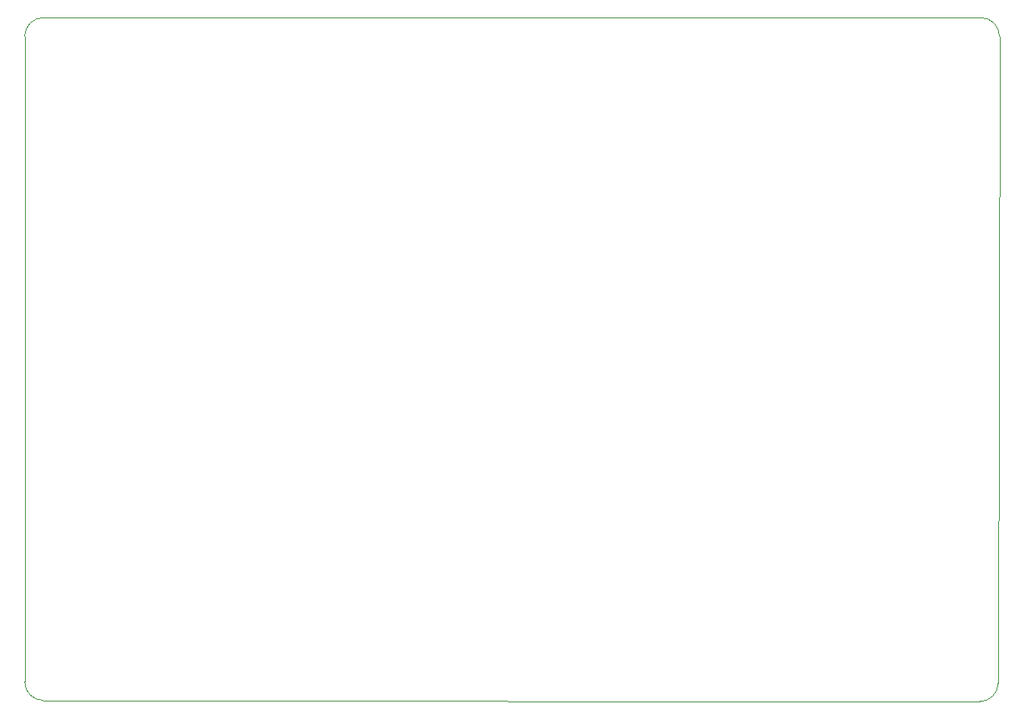
<source format=gbr>
G04 #@! TF.GenerationSoftware,KiCad,Pcbnew,(5.1.0-0)*
G04 #@! TF.CreationDate,2019-05-18T17:03:28+01:00*
G04 #@! TF.ProjectId,ac2-detpic-shield,6163322d-6465-4747-9069-632d73686965,rev?*
G04 #@! TF.SameCoordinates,Original*
G04 #@! TF.FileFunction,Profile,NP*
%FSLAX46Y46*%
G04 Gerber Fmt 4.6, Leading zero omitted, Abs format (unit mm)*
G04 Created by KiCad (PCBNEW (5.1.0-0)) date 2019-05-18 17:03:28*
%MOMM*%
%LPD*%
G04 APERTURE LIST*
%ADD10C,0.050000*%
G04 APERTURE END LIST*
D10*
X226060000Y-27305000D02*
X225933000Y-93091000D01*
X224155000Y-25400000D02*
G75*
G02X226060000Y-27305000I0J-1905000D01*
G01*
X225933000Y-93091000D02*
G75*
G02X224028000Y-94996000I-1905000J0D01*
G01*
X128905000Y-94869000D02*
X224028000Y-94996000D01*
X128905000Y-94869000D02*
G75*
G02X127000000Y-92964000I0J1905000D01*
G01*
X127000000Y-27305000D02*
X127000000Y-92964000D01*
X224155000Y-25400000D02*
X128905000Y-25400000D01*
X127000000Y-27305000D02*
G75*
G02X128905000Y-25400000I1905000J0D01*
G01*
M02*

</source>
